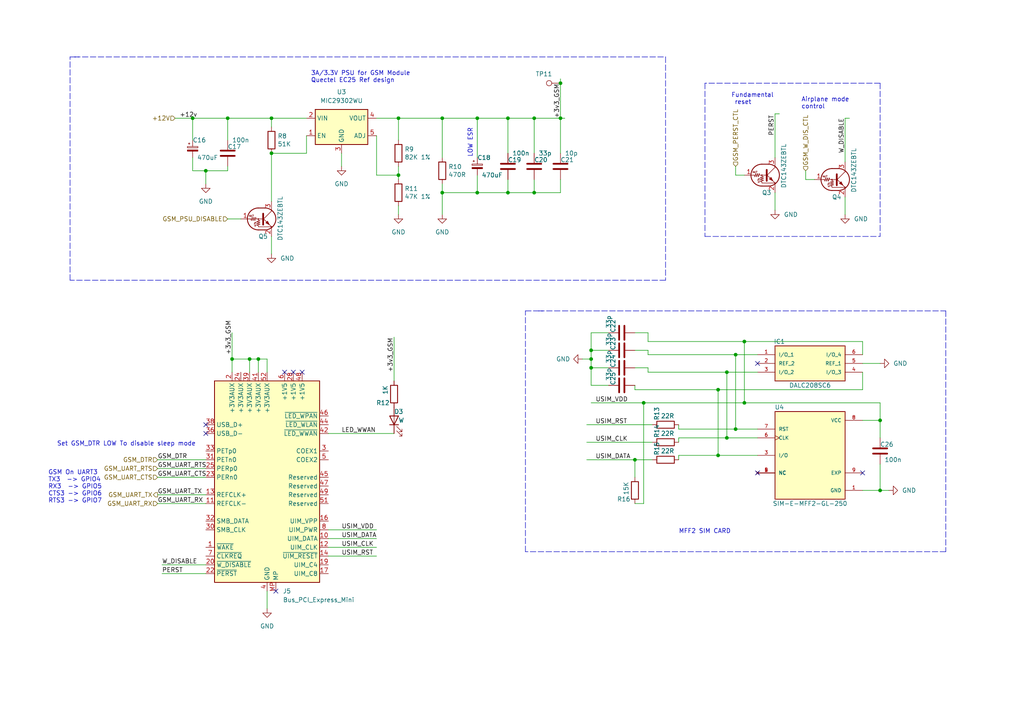
<source format=kicad_sch>
(kicad_sch (version 20211123) (generator eeschema)
  (paper "A4")
  (lib_symbols
    (symbol "Connector:Bus_PCI_Express_Mini"
      (property "Reference" "J" (at -16.51 31.75 0))
      (property "Value" "Bus_PCI_Express_Mini" (at 22.86 31.75 0))
      (symbol "Bus_PCI_Express_Mini_0_1"
        (rectangle (start -15.24 30.48) (end 15.24 -27.94) (stroke (width 0.254)) (fill (type background)))
      )
      (symbol "Bus_PCI_Express_Mini_1_1"
        (pin open_collector line (at -17.78 -17.78 0) (length 2.54) (name "~{WAKE}") (number "1"))
        (pin bidirectional line (at 17.78 -15.24 180) (length 2.54) (name "UIM_DATA") (number "10"))
        (pin input line (at -17.78 -5.08 0) (length 2.54) (name "REFCLK-") (number "11"))
        (pin output line (at 17.78 -17.78 180) (length 2.54) (name "UIM_CLK") (number "12"))
        (pin input line (at -17.78 -2.54 0) (length 2.54) (name "REFCLK+") (number "13"))
        (pin output line (at 17.78 -20.32 180) (length 2.54) (name "~{UIM_RESET}") (number "14"))
        (pin passive line (at 0 -30.48 90) (length 2.54) hide (name "GND") (number "15"))
        (pin power_out line (at 17.78 -10.16 180) (length 2.54) (name "UIM_VPP") (number "16"))
        (pin passive line (at 17.78 -25.4 180) (length 2.54) (name "UIM_C8") (number "17"))
        (pin passive line (at 0 -30.48 90) (length 2.54) hide (name "GND") (number "18"))
        (pin passive line (at 17.78 -22.86 180) (length 2.54) (name "UIM_C4") (number "19"))
        (pin power_in line (at -10.16 33.02 270) (length 2.54) (name "+3V3AUX") (number "2"))
        (pin input line (at -17.78 -22.86 0) (length 2.54) (name "~{W_DISABLE}") (number "20"))
        (pin passive line (at 0 -30.48 90) (length 2.54) hide (name "GND") (number "21"))
        (pin input line (at -17.78 -25.4 0) (length 2.54) (name "~{PERST}") (number "22"))
        (pin output line (at -17.78 2.54 0) (length 2.54) (name "PERn0") (number "23"))
        (pin power_in line (at -7.62 33.02 270) (length 2.54) (name "+3V3AUX") (number "24"))
        (pin output line (at -17.78 5.08 0) (length 2.54) (name "PERp0") (number "25"))
        (pin passive line (at 0 -30.48 90) (length 2.54) hide (name "GND") (number "26"))
        (pin passive line (at 0 -30.48 90) (length 2.54) hide (name "GND") (number "27"))
        (pin power_in line (at 7.62 33.02 270) (length 2.54) (name "+1V5") (number "28"))
        (pin passive line (at 0 -30.48 90) (length 2.54) hide (name "GND") (number "29"))
        (pin passive line (at 17.78 10.16 180) (length 2.54) (name "COEX1") (number "3"))
        (pin input line (at -17.78 -12.7 0) (length 2.54) (name "SMB_CLK") (number "30"))
        (pin input line (at -17.78 7.62 0) (length 2.54) (name "PETn0") (number "31"))
        (pin bidirectional line (at -17.78 -10.16 0) (length 2.54) (name "SMB_DATA") (number "32"))
        (pin input line (at -17.78 10.16 0) (length 2.54) (name "PETp0") (number "33"))
        (pin passive line (at 0 -30.48 90) (length 2.54) hide (name "GND") (number "34"))
        (pin passive line (at 0 -30.48 90) (length 2.54) hide (name "GND") (number "35"))
        (pin bidirectional line (at -17.78 15.24 0) (length 2.54) (name "USB_D-") (number "36"))
        (pin passive line (at 0 -30.48 90) (length 2.54) hide (name "GND") (number "37"))
        (pin bidirectional line (at -17.78 17.78 0) (length 2.54) (name "USB_D+") (number "38"))
        (pin power_in line (at -5.08 33.02 270) (length 2.54) (name "+3V3AUX") (number "39"))
        (pin power_in line (at 0 -30.48 90) (length 2.54) (name "GND") (number "4"))
        (pin passive line (at 0 -30.48 90) (length 2.54) hide (name "GND") (number "40"))
        (pin power_in line (at -2.54 33.02 270) (length 2.54) (name "+3V3AUX") (number "41"))
        (pin open_collector line (at 17.78 15.24 180) (length 2.54) (name "~{LED_WWAN}") (number "42"))
        (pin passive line (at 0 -30.48 90) (length 2.54) hide (name "GND") (number "43"))
        (pin open_collector line (at 17.78 17.78 180) (length 2.54) (name "~{LED_WLAN}") (number "44"))
        (pin passive line (at 17.78 2.54 180) (length 2.54) (name "Reserved") (number "45"))
        (pin open_collector line (at 17.78 20.32 180) (length 2.54) (name "~{LED_WPAN}") (number "46"))
        (pin passive line (at 17.78 0 180) (length 2.54) (name "Reserved") (number "47"))
        (pin power_in line (at 10.16 33.02 270) (length 2.54) (name "+1V5") (number "48"))
        (pin passive line (at 17.78 -2.54 180) (length 2.54) (name "Reserved") (number "49"))
        (pin passive line (at 17.78 7.62 180) (length 2.54) (name "COEX2") (number "5"))
        (pin passive line (at 0 -30.48 90) (length 2.54) hide (name "GND") (number "50"))
        (pin passive line (at 17.78 -5.08 180) (length 2.54) (name "Reserved") (number "51"))
        (pin power_in line (at 0 33.02 270) (length 2.54) (name "+3V3AUX") (number "52"))
        (pin power_in line (at 5.08 33.02 270) (length 2.54) (name "+1V5") (number "6"))
        (pin open_collector line (at -17.78 -20.32 0) (length 2.54) (name "~{CLKREQ}") (number "7"))
        (pin power_out line (at 17.78 -12.7 180) (length 2.54) (name "UIM_PWR") (number "8"))
        (pin passive line (at 0 -30.48 90) (length 2.54) hide (name "GND") (number "9"))
        (pin passive line (at 2.54 -30.48 90) (length 2.54) (name "MP") (number "MP"))
      )
    )
    (symbol "Connector:TestPoint" (pin_numbers hide) (pin_names (offset 0.762) hide)
      (property "Reference" "TP" (at 0 6.858 0))
      (property "Value" "TestPoint" (at 0 5.08 0))
      (symbol "TestPoint_0_1"
        (circle (center 0 3.302) (radius 0.762))
      )
      (symbol "TestPoint_1_1"
        (pin passive line (at 0 0 90) (length 2.54) (name "1") (number "1"))
      )
    )
    (symbol "DALC208SC6:DALC208SC6" (pin_names (offset 1.016))
      (property "Reference" "IC" (at 26.67 7.62 0))
      (property "Value" "DALC208SC6" (at 26.67 5.08 0))
      (symbol "DALC208SC6_0_0"
        (rectangle (start 5.08 -7.62) (end 25.4 2.54) (stroke (width 0.254)) (fill (type background)))
        (pin bidirectional line (at 0 0 0) (length 5.08) (name "I/O_1") (number "1"))
        (pin bidirectional line (at 0 -2.54 0) (length 5.08) (name "REF_2") (number "2"))
        (pin bidirectional line (at 0 -5.08 0) (length 5.08) (name "I/O_2") (number "3"))
        (pin bidirectional line (at 30.48 -5.08 180) (length 5.08) (name "I/O_3") (number "4"))
        (pin bidirectional line (at 30.48 -2.54 180) (length 5.08) (name "REF_1") (number "5"))
        (pin bidirectional line (at 30.48 0 180) (length 5.08) (name "I/O_4") (number "6"))
      )
    )
    (symbol "Device:C" (pin_numbers hide) (pin_names (offset 0.254))
      (property "Reference" "C" (at 0.635 2.54 0))
      (property "Value" "C" (at 0.635 -2.54 0))
      (symbol "C_0_1"
        (polyline (pts (xy -2.032 -0.762) (xy 2.032 -0.762)) (stroke (width 0.508)))
        (polyline (pts (xy -2.032 0.762) (xy 2.032 0.762)) (stroke (width 0.508)))
      )
      (symbol "C_1_1"
        (pin passive line (at 0 3.81 270) (length 2.794) (name "~") (number "1"))
        (pin passive line (at 0 -3.81 90) (length 2.794) (name "~") (number "2"))
      )
    )
    (symbol "Device:C_Polarized_Small" (pin_numbers hide) (pin_names (offset 0.254) hide)
      (property "Reference" "C" (at 0.254 1.778 0))
      (property "Value" "C_Polarized_Small" (at 0.254 -2.032 0))
      (symbol "C_Polarized_Small_0_1"
        (rectangle (start -1.524 -0.3048) (end 1.524 -0.6858) (fill (type outline)))
        (rectangle (start -1.524 0.6858) (end 1.524 0.3048))
        (polyline (pts (xy -1.27 1.524) (xy -0.762 1.524)))
        (polyline (pts (xy -1.016 1.27) (xy -1.016 1.778)))
      )
      (symbol "C_Polarized_Small_1_1"
        (pin passive line (at 0 2.54 270) (length 1.8542) (name "~") (number "1"))
        (pin passive line (at 0 -2.54 90) (length 1.8542) (name "~") (number "2"))
      )
    )
    (symbol "Device:LED" (pin_numbers hide) (pin_names (offset 1.016) hide)
      (property "Reference" "D" (at 0 2.54 0))
      (property "Value" "LED" (at 0 -2.54 0))
      (symbol "LED_0_1"
        (polyline (pts (xy -1.27 -1.27) (xy -1.27 1.27)) (stroke (width 0.254)))
        (polyline (pts (xy -1.27 0) (xy 1.27 0)))
        (polyline (pts (xy 1.27 -1.27) (xy 1.27 1.27) (xy -1.27 0) (xy 1.27 -1.27)) (stroke (width 0.254)))
        (polyline (pts (xy -3.048 -0.762) (xy -4.572 -2.286) (xy -3.81 -2.286) (xy -4.572 -2.286) (xy -4.572 -1.524)))
        (polyline (pts (xy -1.778 -0.762) (xy -3.302 -2.286) (xy -2.54 -2.286) (xy -3.302 -2.286) (xy -3.302 -1.524)))
      )
      (symbol "LED_1_1"
        (pin passive line (at -3.81 0 0) (length 2.54) (name "K") (number "1"))
        (pin passive line (at 3.81 0 180) (length 2.54) (name "A") (number "2"))
      )
    )
    (symbol "Device:R" (pin_numbers hide) (pin_names (offset 0))
      (property "Reference" "R" (at 2.032 0 90))
      (property "Value" "R" (at 0 0 90))
      (symbol "R_0_1"
        (rectangle (start -1.016 -2.54) (end 1.016 2.54) (stroke (width 0.254)))
      )
      (symbol "R_1_1"
        (pin passive line (at 0 3.81 270) (length 1.27) (name "~") (number "1"))
        (pin passive line (at 0 -3.81 90) (length 1.27) (name "~") (number "2"))
      )
    )
    (symbol "Regulator_Linear:MIC29302WU"
      (property "Reference" "U" (at -6.35 6.35 0))
      (property "Value" "MIC29302WU" (at 2.54 6.35 0))
      (symbol "MIC29302WU_1_1"
        (rectangle (start -7.62 5.08) (end 7.62 -5.08) (stroke (width 0.254)) (fill (type background)))
        (pin input line (at -10.16 -2.54 0) (length 2.54) (name "EN") (number "1"))
        (pin power_in line (at -10.16 2.54 0) (length 2.54) (name "VIN") (number "2"))
        (pin power_in line (at 0 -7.62 90) (length 2.54) (name "GND") (number "3"))
        (pin power_out line (at 10.16 2.54 180) (length 2.54) (name "VOUT") (number "4"))
        (pin input line (at 10.16 -2.54 180) (length 2.54) (name "ADJ") (number "5"))
      )
    )
    (symbol "SIM-E-MFF2-GL-250:SIM-E-MFF2-GL-250" (pin_names (offset 1.016))
      (property "Reference" "U" (at -10.16 13.462 0))
      (property "Value" "SIM-E-MFF2-GL-250" (at -10.16 -15.24 0))
      (symbol "SIM-E-MFF2-GL-250_0_0"
        (rectangle (start -10.16 -12.7) (end 10.16 12.7) (stroke (width 0.254)) (fill (type background)))
        (pin power_in line (at 15.24 -10.16 180) (length 5.08) (name "GND") (number "1"))
        (pin no_connect line (at -15.24 -5.08 0) (length 5.08) (name "NC") (number "2"))
        (pin bidirectional line (at -15.24 0 0) (length 5.08) (name "I/O") (number "3"))
        (pin no_connect line (at -15.24 -5.08 0) (length 5.08) (name "NC") (number "4"))
        (pin no_connect line (at -15.24 -5.08 0) (length 5.08) (name "NC") (number "5"))
        (pin input clock (at -15.24 5.08 0) (length 5.08) (name "CLK") (number "6"))
        (pin input line (at -15.24 7.62 0) (length 5.08) (name "RST") (number "7"))
        (pin power_in line (at 15.24 10.16 180) (length 5.08) (name "VCC") (number "8"))
        (pin passive line (at 15.24 -5.08 180) (length 5.08) (name "EXP") (number "9"))
      )
    )
    (symbol "Transistor_BJT:DTC143Z" (pin_names (offset 0) hide)
      (property "Reference" "Q" (at 5.08 1.905 0))
      (property "Value" "DTC143Z" (at 5.08 0 0))
      (symbol "DTC143Z_0_0"
        (text "47k" (at -2.159 -1.524 900) (effects (font (size 0.508 0.508))))
        (text "4k7" (at -3.302 0.889 0) (effects (font (size 0.508 0.508))))
      )
      (symbol "DTC143Z_0_1"
        (circle (center -1.27 0) (radius 0.127))
        (arc (start -1.27 3.175) (mid -4.445 0) (end -1.27 -3.175) (stroke (width 0.254)))
        (polyline (pts (xy -3.429 0) (xy -3.81 0)))
        (polyline (pts (xy -1.27 -3.175) (xy 0.635 -3.175)) (stroke (width 0.254)))
        (polyline (pts (xy -1.27 3.175) (xy 0.635 3.175)) (stroke (width 0.254)))
        (polyline (pts (xy 0 -0.254) (xy 2.54 2.286)))
        (polyline (pts (xy 0.127 1.524) (xy 0.127 -1.651)) (stroke (width 0.508)) (fill (type outline)))
        (polyline (pts (xy 2.54 2.286) (xy 2.54 2.54)))
        (polyline (pts (xy 2.54 -2.286) (xy 0 0.254) (xy 0 0.254)))
        (polyline (pts (xy 0.889 -1.143) (xy 1.397 -0.635) (xy 1.905 -1.651) (xy 0.889 -1.143)) (fill (type outline)))
        (polyline (pts (xy 0 0) (xy -1.905 0) (xy -2.032 0.508) (xy -2.286 -0.508) (xy -2.54 0.508) (xy -2.794 -0.508) (xy -3.048 0.508) (xy -3.302 -0.508) (xy -3.429 0)))
        (polyline (pts (xy -1.27 0) (xy -1.27 -0.381) (xy -0.762 -0.508) (xy -1.778 -0.762) (xy -0.762 -1.016) (xy -1.778 -1.27) (xy -0.762 -1.524) (xy -1.778 -1.778) (xy -1.27 -1.905) (xy -1.27 -2.286) (xy 2.54 -2.286)))
        (arc (start 0.635 -3.175) (mid 3.81 0) (end 0.635 3.175) (stroke (width 0.254)))
        (circle (center 2.54 -2.286) (radius 0.127))
      )
      (symbol "DTC143Z_1_1"
        (pin input line (at -6.35 0 0) (length 2.54) (name "B") (number "1"))
        (pin passive line (at 2.54 -5.08 90) (length 2.54) (name "E") (number "2"))
        (pin passive line (at 2.54 5.08 270) (length 2.54) (name "C") (number "3"))
      )
    )
    (symbol "power:GND" (power) (pin_names (offset 0))
      (property "Value" "GND" (at 0 -3.81 0))
      (symbol "GND_0_1"
        (polyline (pts (xy 0 0) (xy 0 -1.27) (xy 1.27 -1.27) (xy 0 -2.54) (xy -1.27 -1.27) (xy 0 -1.27)))
      )
      (symbol "GND_1_1"
        (pin power_in line (at 0 0 270) (length 0) hide (name "GND") (number "1"))
      )
    )
  )
  (junction (at 162.56 34.29))
  (junction (at 147.32 55.88))
  (junction (at 67.31 104.14))
  (junction (at 78.74 34.29))
  (junction (at 147.32 34.29))
  (junction (at 255.27 142.24))
  (junction (at 184.15 133.35))
  (junction (at 186.69 116.84))
  (junction (at 171.45 106.68))
  (junction (at 210.82 107.95))
  (junction (at 128.27 34.29))
  (junction (at 115.57 50.8))
  (junction (at 66.04 34.29))
  (junction (at 115.57 34.29))
  (junction (at 74.93 104.14))
  (junction (at 255.27 121.92))
  (junction (at 162.56 24.13))
  (junction (at 72.39 104.14))
  (junction (at 215.9 116.84))
  (junction (at 210.82 127))
  (junction (at 215.9 99.06))
  (junction (at 208.28 113.03))
  (junction (at 208.28 132.08))
  (junction (at 138.43 55.88))
  (junction (at 59.69 49.53))
  (junction (at 55.88 34.29))
  (junction (at 138.43 34.29))
  (junction (at 171.45 101.6))
  (junction (at 213.36 124.46))
  (junction (at 154.94 34.29))
  (junction (at 213.36 102.87))
  (junction (at 171.45 104.14))
  (junction (at 154.94 55.88))
  (junction (at 78.74 44.45))
  (junction (at 128.27 55.88))
  (no_connect (at 219.71 137.16))
  (no_connect (at 85.09 107.95))
  (no_connect (at 250.19 137.16))
  (no_connect (at 59.69 125.73))
  (no_connect (at 82.55 107.95))
  (no_connect (at 59.69 123.19))
  (no_connect (at 87.63 107.95))
  (no_connect (at 219.71 105.41))
  (no_connect (at 80.01 171.45))
  (wire (pts (xy 255.27 105.41) (xy 250.19 105.41)))
  (wire (pts (xy 77.47 104.14) (xy 74.93 104.14)))
  (wire (pts (xy 213.36 124.46) (xy 213.36 102.87)))
  (wire (pts (xy 77.47 176.53) (xy 77.47 171.45)))
  (wire (pts (xy 250.19 102.87) (xy 250.19 99.06)))
  (wire (pts (xy 66.04 49.53) (xy 66.04 48.26)))
  (wire (pts (xy 109.22 50.8) (xy 115.57 50.8)))
  (wire (pts (xy 245.11 34.29) (xy 246.38 34.29)))
  (wire (pts (xy 257.81 142.24) (xy 255.27 142.24)))
  (wire (pts (xy 184.15 133.35) (xy 184.15 138.43)))
  (wire (pts (xy 196.85 124.46) (xy 213.36 124.46)))
  (wire (pts (xy 55.88 34.29) (xy 55.88 40.64)))
  (wire (pts (xy 196.85 132.08) (xy 196.85 133.35)))
  (wire (pts (xy 170.18 133.35) (xy 184.15 133.35)))
  (wire (pts (xy 168.91 104.14) (xy 171.45 104.14)))
  (wire (pts (xy 95.25 156.21) (xy 109.22 156.21)))
  (wire (pts (xy 147.32 34.29) (xy 138.43 34.29)))
  (wire (pts (xy 45.72 133.35) (xy 59.69 133.35)))
  (polyline (pts (xy 152.4 160.02) (xy 152.4 90.17)))
  (wire (pts (xy 219.71 132.08) (xy 208.28 132.08)))
  (wire (pts (xy 184.15 113.03) (xy 184.15 111.76)))
  (wire (pts (xy 255.27 121.92) (xy 250.19 121.92)))
  (wire (pts (xy 147.32 55.88) (xy 138.43 55.88)))
  (wire (pts (xy 66.04 34.29) (xy 78.74 34.29)))
  (wire (pts (xy 171.45 116.84) (xy 186.69 116.84)))
  (wire (pts (xy 215.9 99.06) (xy 250.19 99.06)))
  (wire (pts (xy 184.15 133.35) (xy 189.23 133.35)))
  (wire (pts (xy 128.27 45.72) (xy 128.27 34.29)))
  (wire (pts (xy 138.43 50.8) (xy 138.43 55.88)))
  (wire (pts (xy 210.82 107.95) (xy 219.71 107.95)))
  (wire (pts (xy 224.79 33.02) (xy 226.06 33.02)))
  (wire (pts (xy 208.28 113.03) (xy 250.19 113.03)))
  (wire (pts (xy 72.39 107.95) (xy 72.39 104.14)))
  (polyline (pts (xy 21.59 16.51) (xy 193.04 16.51)))
  (wire (pts (xy 187.96 96.52) (xy 184.15 96.52)))
  (wire (pts (xy 184.15 146.05) (xy 186.69 146.05)))
  (wire (pts (xy 95.25 158.75) (xy 109.22 158.75)))
  (wire (pts (xy 115.57 48.26) (xy 115.57 50.8)))
  (wire (pts (xy 59.69 49.53) (xy 66.04 49.53)))
  (wire (pts (xy 154.94 55.88) (xy 147.32 55.88)))
  (wire (pts (xy 233.68 49.53) (xy 233.68 52.07)))
  (wire (pts (xy 128.27 53.34) (xy 128.27 55.88)))
  (wire (pts (xy 162.56 52.07) (xy 162.56 55.88)))
  (wire (pts (xy 245.11 62.23) (xy 245.11 57.15)))
  (wire (pts (xy 128.27 34.29) (xy 115.57 34.29)))
  (wire (pts (xy 115.57 50.8) (xy 115.57 52.07)))
  (wire (pts (xy 187.96 106.68) (xy 184.15 106.68)))
  (wire (pts (xy 162.56 34.29) (xy 162.56 44.45)))
  (wire (pts (xy 154.94 52.07) (xy 154.94 55.88)))
  (wire (pts (xy 115.57 34.29) (xy 115.57 40.64)))
  (wire (pts (xy 176.53 96.52) (xy 171.45 96.52)))
  (wire (pts (xy 186.69 116.84) (xy 215.9 116.84)))
  (wire (pts (xy 213.36 50.8) (xy 215.9 50.8)))
  (wire (pts (xy 187.96 99.06) (xy 215.9 99.06)))
  (wire (pts (xy 45.72 146.05) (xy 59.69 146.05)))
  (wire (pts (xy 215.9 116.84) (xy 255.27 116.84)))
  (wire (pts (xy 78.74 34.29) (xy 88.9 34.29)))
  (wire (pts (xy 95.25 161.29) (xy 109.22 161.29)))
  (wire (pts (xy 170.18 123.19) (xy 189.23 123.19)))
  (wire (pts (xy 170.18 128.27) (xy 189.23 128.27)))
  (wire (pts (xy 255.27 134.62) (xy 255.27 142.24)))
  (wire (pts (xy 55.88 49.53) (xy 59.69 49.53)))
  (wire (pts (xy 45.72 135.89) (xy 59.69 135.89)))
  (wire (pts (xy 219.71 127) (xy 210.82 127)))
  (wire (pts (xy 138.43 45.72) (xy 138.43 34.29)))
  (wire (pts (xy 78.74 73.66) (xy 78.74 68.58)))
  (wire (pts (xy 250.19 107.95) (xy 250.19 113.03)))
  (wire (pts (xy 255.27 127) (xy 255.27 121.92)))
  (wire (pts (xy 208.28 132.08) (xy 208.28 113.03)))
  (wire (pts (xy 176.53 106.68) (xy 171.45 106.68)))
  (wire (pts (xy 245.11 46.99) (xy 245.11 34.29)))
  (wire (pts (xy 109.22 39.37) (xy 109.22 50.8)))
  (wire (pts (xy 74.93 107.95) (xy 74.93 104.14)))
  (wire (pts (xy 196.85 124.46) (xy 196.85 123.19)))
  (wire (pts (xy 66.04 34.29) (xy 66.04 40.64)))
  (wire (pts (xy 46.99 166.37) (xy 59.69 166.37)))
  (wire (pts (xy 95.25 153.67) (xy 109.22 153.67)))
  (wire (pts (xy 88.9 44.45) (xy 88.9 39.37)))
  (wire (pts (xy 233.68 52.07) (xy 236.22 52.07)))
  (wire (pts (xy 66.04 63.5) (xy 69.85 63.5)))
  (wire (pts (xy 59.69 49.53) (xy 59.69 53.34)))
  (wire (pts (xy 187.96 107.95) (xy 210.82 107.95)))
  (polyline (pts (xy 204.47 68.58) (xy 255.27 68.58)))
  (wire (pts (xy 45.72 143.51) (xy 59.69 143.51)))
  (wire (pts (xy 74.93 104.14) (xy 72.39 104.14)))
  (wire (pts (xy 154.94 34.29) (xy 147.32 34.29)))
  (wire (pts (xy 215.9 116.84) (xy 215.9 99.06)))
  (polyline (pts (xy 156.21 90.17) (xy 274.32 90.17)))
  (wire (pts (xy 255.27 142.24) (xy 250.19 142.24)))
  (wire (pts (xy 147.32 44.45) (xy 147.32 34.29)))
  (wire (pts (xy 187.96 99.06) (xy 187.96 96.52)))
  (wire (pts (xy 171.45 101.6) (xy 176.53 101.6)))
  (wire (pts (xy 171.45 106.68) (xy 171.45 104.14)))
  (wire (pts (xy 162.56 24.13) (xy 162.56 34.29)))
  (wire (pts (xy 46.99 163.83) (xy 59.69 163.83)))
  (wire (pts (xy 187.96 102.87) (xy 187.96 101.6)))
  (wire (pts (xy 128.27 55.88) (xy 128.27 62.23)))
  (wire (pts (xy 154.94 44.45) (xy 154.94 34.29)))
  (wire (pts (xy 50.8 34.29) (xy 55.88 34.29)))
  (polyline (pts (xy 193.04 81.28) (xy 20.32 81.28)))
  (wire (pts (xy 147.32 52.07) (xy 147.32 55.88)))
  (wire (pts (xy 184.15 113.03) (xy 208.28 113.03)))
  (wire (pts (xy 67.31 96.52) (xy 67.31 104.14)))
  (wire (pts (xy 255.27 121.92) (xy 255.27 116.84)))
  (wire (pts (xy 55.88 45.72) (xy 55.88 49.53)))
  (wire (pts (xy 210.82 127) (xy 210.82 107.95)))
  (wire (pts (xy 196.85 127) (xy 210.82 127)))
  (wire (pts (xy 77.47 107.95) (xy 77.47 104.14)))
  (polyline (pts (xy 255.27 24.13) (xy 204.47 24.13)))
  (wire (pts (xy 224.79 60.96) (xy 224.79 55.88)))
  (wire (pts (xy 213.36 102.87) (xy 219.71 102.87)))
  (wire (pts (xy 162.56 55.88) (xy 154.94 55.88)))
  (polyline (pts (xy 255.27 24.13) (xy 255.27 68.58)))
  (wire (pts (xy 187.96 107.95) (xy 187.96 106.68)))
  (wire (pts (xy 138.43 34.29) (xy 128.27 34.29)))
  (wire (pts (xy 78.74 44.45) (xy 88.9 44.45)))
  (polyline (pts (xy 20.32 16.51) (xy 22.86 16.51)))
  (wire (pts (xy 55.88 34.29) (xy 66.04 34.29)))
  (wire (pts (xy 162.56 34.29) (xy 163.83 34.29)))
  (wire (pts (xy 67.31 104.14) (xy 67.31 107.95)))
  (wire (pts (xy 138.43 55.88) (xy 128.27 55.88)))
  (polyline (pts (xy 204.47 24.13) (xy 204.47 68.58)))
  (wire (pts (xy 187.96 102.87) (xy 213.36 102.87)))
  (wire (pts (xy 196.85 132.08) (xy 208.28 132.08)))
  (wire (pts (xy 45.72 138.43) (xy 59.69 138.43)))
  (wire (pts (xy 213.36 48.26) (xy 213.36 50.8)))
  (wire (pts (xy 224.79 45.72) (xy 224.79 33.02)))
  (polyline (pts (xy 274.32 160.02) (xy 152.4 160.02)))
  (polyline (pts (xy 274.32 90.17) (xy 274.32 160.02)))
  (wire (pts (xy 162.56 22.86) (xy 162.56 24.13)))
  (polyline (pts (xy 20.32 81.28) (xy 20.32 16.51)))
  (wire (pts (xy 115.57 59.69) (xy 115.57 62.23)))
  (wire (pts (xy 184.15 101.6) (xy 187.96 101.6)))
  (wire (pts (xy 78.74 34.29) (xy 78.74 36.83)))
  (polyline (pts (xy 152.4 90.17) (xy 157.48 90.17)))
  (wire (pts (xy 196.85 127) (xy 196.85 128.27)))
  (wire (pts (xy 171.45 96.52) (xy 171.45 101.6)))
  (wire (pts (xy 109.22 34.29) (xy 115.57 34.29)))
  (wire (pts (xy 186.69 146.05) (xy 186.69 116.84)))
  (wire (pts (xy 171.45 104.14) (xy 171.45 101.6)))
  (wire (pts (xy 78.74 44.45) (xy 78.74 58.42)))
  (wire (pts (xy 95.25 125.73) (xy 114.3 125.73)))
  (wire (pts (xy 114.3 97.79) (xy 114.3 110.49)))
  (wire (pts (xy 176.53 111.76) (xy 171.45 111.76)))
  (wire (pts (xy 219.71 124.46) (xy 213.36 124.46)))
  (wire (pts (xy 67.31 104.14) (xy 72.39 104.14)))
  (polyline (pts (xy 193.04 16.51) (xy 193.04 81.28)))
  (wire (pts (xy 154.94 34.29) (xy 162.56 34.29)))
  (wire (pts (xy 171.45 111.76) (xy 171.45 106.68)))
  (wire (pts (xy 99.06 44.45) (xy 99.06 48.26)))
  (text "Airplane mode\ncontrol" (at 232.41 31.75 0) (effects (font (size 1.27 1.27)) (justify left bottom)))
  (text "MFF2 SIM CARD " (at 196.85 154.94 0) (effects (font (size 1.27 1.27)) (justify left bottom)))
  (text "3A/3.3V PSU for GSM Module\nQuectel EC25 Ref design" (at 90.17 24.13 0) (effects (font (size 1.27 1.27)) (justify left bottom)))
  (text "GSM On UART3 \nTX3  -> GPIO4\nRX3  -> GPIO5\nCTS3 -> GPIO6\nRTS3 -> GPIO7" (at 13.97 146.05 0) (effects (font (size 1.27 1.27)) (justify left bottom)))
  (text "Fundamental\n reset" (at 212.09 30.48 0) (effects (font (size 1.27 1.27)) (justify left bottom)))
  (text "Set GSM_DTR LOW To disable sleep mode" (at 16.51 129.54 0) (effects (font (size 1.27 1.27)) (justify left bottom)))
  (text "LOW ESR" (at 137.16 45.72 90) (effects (font (size 1.27 1.27)) (justify left bottom)))
  (label "W_DISABLE" (at 245.11 44.45 90))
  (label "GSM_UART_TX" (at 45.72 143.51 0))
  (label "USIM_RST" (at 172.72 123.19 0))
  (label "USIM_DATA" (at 172.72 133.35 0))
  (label "GSM_DTR" (at 45.72 133.35 0))
  (label "LED_WWAN" (at 99.06 125.73 0))
  (label "USIM_RST" (at 99.06 161.29 0))
  (label "+3v3_GSM" (at 67.31 102.87 90))
  (label "PERST" (at 46.99 166.37 0))
  (label "W_DISABLE" (at 46.99 163.83 0))
  (label "+12v" (at 52.07 34.29 0))
  (label "USIM_CLK" (at 172.72 128.27 0))
  (label "GSM_UART_RX" (at 45.72 146.05 0))
  (label "+3v3_GSM" (at 162.56 34.29 90))
  (label "+3v3_GSM" (at 114.3 107.95 90))
  (label "USIM_VDD" (at 172.72 116.84 0))
  (label "GSM_UART_RTS" (at 45.72 135.89 0))
  (label "USIM_VDD" (at 99.06 153.67 0))
  (label "USIM_DATA" (at 99.06 156.21 0))
  (label "GSM_UART_CTS" (at 45.72 138.43 0))
  (label "PERST" (at 224.79 39.37 90))
  (label "USIM_CLK" (at 99.06 158.75 0))
  (hierarchical_label "GSM_UART_RTS" (shape input) (at 45.72 135.89 180))
  (hierarchical_label "+12V" (shape input) (at 50.8 34.29 180))
  (hierarchical_label "GSM_PERST_CTL" (shape input) (at 213.36 48.26 90))
  (hierarchical_label "GSM_DTR" (shape input) (at 45.72 133.35 180))
  (hierarchical_label "GSM_UART_RX" (shape input) (at 45.72 146.05 180))
  (hierarchical_label "GSM_W_DIS_CTL" (shape input) (at 233.68 49.53 90))
  (hierarchical_label "GSM_UART_TX" (shape output) (at 45.72 143.51 180))
  (hierarchical_label "GSM_UART_CTS" (shape input) (at 45.72 138.43 180))
  (hierarchical_label "GSM_PSU_DISABLE" (shape input) (at 66.04 63.5 180))
  (symbol (lib_id "Device:R") (at 128.27 49.53 0) (unit 1)
    (property "Reference" "R10" (at 130.048 48.3616 0) (effects (justify left)))
    (property "Value" "470R" (at 130.048 50.673 0) (effects (justify left)))
    (property "Footprint" "Resistor_SMD:R_0402_1005Metric" (effects hide))
    (property "Datasheet" "https://fscdn.rohm.com/en/products/databook/datasheet/passive/resistor/chip_resistor/mcr-e.pdf" (effects hide))
    (property "Field4" "Farnell" (effects hide))
    (property "Field5" "9239367" (effects hide))
    (property "Field7" "Rohm" (effects hide))
    (property "LCSC" "C25117" (effects hide))
  )
  (symbol (lib_id "power:GND") (at 168.91 104.14 270) (unit 1)
    (property "Reference" "#PWR0125" (effects hide))
    (property "Value" "GND" (at 161.29 104.14 90) (effects (justify left)))
  )
  (symbol (lib_id "power:GND") (at 255.27 105.41 90) (unit 1)
    (property "Reference" "#PWR0121" (effects hide))
    (property "Value" "GND" (at 259.08 105.4099 90) (effects (justify right)))
  )
  (symbol (lib_id "power:GND") (at 78.74 73.66 0) (unit 1)
    (property "Reference" "#PWR0128" (effects hide))
    (property "Value" "GND" (at 81.28 74.9299 0) (effects (justify left)))
  )
  (symbol (lib_id "power:GND") (at 77.47 176.53 0) (unit 1)
    (property "Reference" "#PWR0126" (effects hide))
    (property "Value" "GND" (at 77.47 181.61 0))
  )
  (symbol (lib_id "Connector:Bus_PCI_Express_Mini") (at 77.47 140.97 0) (unit 1)
    (property "Reference" "J5" (at 82.0294 171.45 0) (effects (justify left)))
    (property "Value" "Bus_PCI_Express_Mini" (at 82.0294 173.99 0) (effects (justify left)))
    (property "Footprint" "Connector_PCBEdge:BUS_PCI_Express_Mini_Half" (effects hide))
    (property "LCSC" "C266899" (effects hide))
  )
  (symbol (lib_id "Device:R") (at 193.04 128.27 90) (unit 1)
    (property "Reference" "R14" (at 190.5 127 0) (effects (justify left)))
    (property "Value" "22R" (at 195.58 125.73 90) (effects (justify left)))
    (property "Footprint" "Resistor_SMD:R_0402_1005Metric" (effects hide))
    (property "Datasheet" "https://fscdn.rohm.com/en/products/databook/datasheet/passive/resistor/chip_resistor/mcr-e.pdf" (effects hide))
    (property "Field4" "Farnell" (effects hide))
    (property "Field5" "9239367" (effects hide))
    (property "Field7" "Rohm" (effects hide))
    (property "LCSC" "C25092" (effects hide))
  )
  (symbol (lib_id "DALC208SC6:DALC208SC6") (at 219.71 102.87 0) (unit 1)
    (property "Reference" "IC1" (at 226.06 99.06 0))
    (property "Value" "DALC208SC6" (at 234.95 111.76 0))
    (property "Footprint" "DALC208SC6:SOT95P280X145-6N" (effects hide))
    (property "MANUFACTURER_NAME" "STMicroelectronics" (effects hide))
    (property "MOUSER_PRICE-STOCK" "https://www.mouser.co.uk/ProductDetail/STMicroelectronics/DALC208SC6?qs=sps7W%2FwBcGEpaWey6LTzDg%3D%3D" (effects hide))
    (property "DESCRIPTION" "TVS Diode Array DALC208SC6 Octal, SOT-23 6-Pin" (effects hide))
    (property "MOUSER_PART_NUMBER" "511-DALC208SC6" (effects hide))
    (property "HEIGHT" "1.45mm" (effects hide))
    (property "MANUFACTURER_PART_NUMBER" "DALC208SC6" (effects hide))
    (property "LCSC" "C5123934" (effects hide))
  )
  (symbol (lib_id "power:GND") (at 128.27 62.23 0) (unit 1)
    (property "Reference" "#PWR0124" (effects hide))
    (property "Value" "GND" (at 128.27 67.31 0))
  )
  (symbol (lib_id "power:GND") (at 59.69 53.34 0) (unit 1)
    (property "Reference" "#PWR02" (effects hide))
    (property "Value" "GND" (at 59.69 58.42 0))
  )
  (symbol (lib_id "Device:R") (at 184.15 142.24 180) (unit 1)
    (property "Reference" "R16" (at 182.88 144.78 0) (effects (justify left)))
    (property "Value" "15K" (at 181.61 139.7 90) (effects (justify left)))
    (property "Footprint" "Resistor_SMD:R_0402_1005Metric" (effects hide))
    (property "Datasheet" "https://fscdn.rohm.com/en/products/databook/datasheet/passive/resistor/chip_resistor/mcr-e.pdf" (effects hide))
    (property "Field4" "Farnell" (effects hide))
    (property "Field5" "9239367" (effects hide))
    (property "Field7" "Rohm" (effects hide))
  )
  (symbol (lib_id "power:GND") (at 115.57 62.23 0) (unit 1)
    (property "Reference" "#PWR0129" (effects hide))
    (property "Value" "GND" (at 115.57 67.31 0))
  )
  (symbol (lib_id "Device:C") (at 180.34 96.52 90) (unit 1)
    (property "Reference" "C22" (at 177.8 96.52 0) (effects (justify left)))
    (property "Value" "33p" (at 176.53 95.25 0) (effects (justify left)))
    (property "Footprint" "Capacitor_SMD:C_0402_1005Metric" (effects hide))
    (property "Datasheet" "https://psearch.en.murata.com/capacitor/product/GRM155R62A104KE14%23.pdf" (effects hide))
    (property "Field4" "Farnell" (effects hide))
    (property "Field5" "2611907" (effects hide))
    (property "Field6" "GRM155R62A104KE14D" (effects hide))
    (property "Field7" "Murata" (effects hide))
    (property "LCSC" "C107005" (effects hide))
  )
  (symbol (lib_id "Device:C") (at 180.34 106.68 90) (unit 1)
    (property "Reference" "C24" (at 177.8 106.68 0) (effects (justify left)))
    (property "Value" "33p" (at 176.53 105.41 0) (effects (justify left)))
    (property "Footprint" "Capacitor_SMD:C_0402_1005Metric" (effects hide))
    (property "Datasheet" "https://psearch.en.murata.com/capacitor/product/GRM155R62A104KE14%23.pdf" (effects hide))
    (property "Field4" "Farnell" (effects hide))
    (property "Field5" "2611907" (effects hide))
    (property "Field6" "GRM155R62A104KE14D" (effects hide))
    (property "Field7" "Murata" (effects hide))
    (property "LCSC" "C107005" (effects hide))
  )
  (symbol (lib_id "Device:C") (at 154.94 48.26 0) (unit 1)
    (property "Reference" "C20" (at 154.94 46.355 0) (effects (justify left)))
    (property "Value" "33p" (at 156.21 44.45 0) (effects (justify left)))
    (property "Footprint" "Capacitor_SMD:C_0402_1005Metric" (effects hide))
    (property "Datasheet" "https://psearch.en.murata.com/capacitor/product/GRM155R62A104KE14%23.pdf" (effects hide))
    (property "Field4" "Farnell" (effects hide))
    (property "Field5" "2611907" (effects hide))
    (property "Field6" "GRM155R62A104KE14D" (effects hide))
    (property "Field7" "Murata" (effects hide))
    (property "LCSC" "C107005" (effects hide))
  )
  (symbol (lib_id "Connector:TestPoint") (at 162.56 24.13 90) (unit 1)
    (property "Reference" "TP11" (at 160.1978 21.463 90) (effects (justify left)))
    (property "Value" "TestPoint" (effects hide))
    (property "Footprint" "TestPoint:TestPoint_Pad_D1.0mm" (effects hide))
    (property "Field4" "nf" (effects hide))
    (property "Field5" "nf" (effects hide))
    (property "Field6" "nf" (effects hide))
    (property "Field7" "nf" (effects hide))
  )
  (symbol (lib_id "Device:R") (at 193.04 123.19 90) (unit 1)
    (property "Reference" "R13" (at 190.5 121.92 0) (effects (justify left)))
    (property "Value" "22R" (at 195.58 120.65 90) (effects (justify left)))
    (property "Footprint" "Resistor_SMD:R_0402_1005Metric" (effects hide))
    (property "Datasheet" "https://fscdn.rohm.com/en/products/databook/datasheet/passive/resistor/chip_resistor/mcr-e.pdf" (effects hide))
    (property "Field4" "Farnell" (effects hide))
    (property "Field5" "9239367" (effects hide))
    (property "Field7" "Rohm" (effects hide))
    (property "LCSC" "C25092" (effects hide))
  )
  (symbol (lib_id "Device:C") (at 180.34 101.6 90) (unit 1)
    (property "Reference" "C23" (at 177.8 101.6 0) (effects (justify left)))
    (property "Value" "33p" (at 176.53 100.33 0) (effects (justify left)))
    (property "Footprint" "Capacitor_SMD:C_0402_1005Metric" (effects hide))
    (property "Datasheet" "https://psearch.en.murata.com/capacitor/product/GRM155R62A104KE14%23.pdf" (effects hide))
    (property "Field4" "Farnell" (effects hide))
    (property "Field5" "2611907" (effects hide))
    (property "Field6" "GRM155R62A104KE14D" (effects hide))
    (property "Field7" "Murata" (effects hide))
    (property "LCSC" "C107005" (effects hide))
  )
  (symbol (lib_id "Device:C") (at 180.34 111.76 90) (unit 1)
    (property "Reference" "C25" (at 177.8 111.76 0) (effects (justify left)))
    (property "Value" "33p" (at 176.53 110.49 0) (effects (justify left)))
    (property "Footprint" "Capacitor_SMD:C_0402_1005Metric" (effects hide))
    (property "Datasheet" "https://psearch.en.murata.com/capacitor/product/GRM155R62A104KE14%23.pdf" (effects hide))
    (property "Field4" "Farnell" (effects hide))
    (property "Field5" "2611907" (effects hide))
    (property "Field6" "GRM155R62A104KE14D" (effects hide))
    (property "Field7" "Murata" (effects hide))
    (property "LCSC" "C107005" (effects hide))
  )
  (symbol (lib_id "Device:C") (at 66.04 44.45 0) (unit 1)
    (property "Reference" "C17" (at 66.04 42.545 0) (effects (justify left)))
    (property "Value" "100n" (at 67.31 40.64 0) (effects (justify left)))
    (property "Footprint" "Capacitor_SMD:C_0402_1005Metric" (effects hide))
    (property "Datasheet" "https://psearch.en.murata.com/capacitor/product/GRM155R62A104KE14%23.pdf" (effects hide))
    (property "Field4" "Farnell" (effects hide))
    (property "Field5" "2611907" (effects hide))
    (property "Field6" "GRM155R62A104KE14D" (effects hide))
    (property "Field7" "Murata" (effects hide))
    (property "Part Description" "	0.1uF 10% 100V Ceramic Capacitor X5R 0402 (1005 Metric)" (effects hide))
    (property "LCSC" "C307331" (effects hide))
  )
  (symbol (lib_id "power:GND") (at 257.81 142.24 90) (unit 1)
    (property "Reference" "#PWR0120" (effects hide))
    (property "Value" "GND" (at 261.62 142.2399 90) (effects (justify right)))
  )
  (symbol (lib_id "Transistor_BJT:DTC143Z") (at 76.2 63.5 0) (unit 1)
    (property "Reference" "Q5" (at 74.93 68.58 0) (effects (justify left)))
    (property "Value" "DTC143ZEBTL" (at 81.28 69.85 90) (effects (justify left)))
    (property "Footprint" "DTC143ZEBTL:SOTFL50P160X85-3N" (effects hide))
    (property "LCSC" "C308696" (effects hide))
  )
  (symbol (lib_id "Device:R") (at 193.04 133.35 90) (unit 1)
    (property "Reference" "R15" (at 190.5 132.08 0) (effects (justify left)))
    (property "Value" "22R" (at 195.58 130.81 90) (effects (justify left)))
    (property "Footprint" "Resistor_SMD:R_0402_1005Metric" (effects hide))
    (property "Datasheet" "https://fscdn.rohm.com/en/products/databook/datasheet/passive/resistor/chip_resistor/mcr-e.pdf" (effects hide))
    (property "Field4" "Farnell" (effects hide))
    (property "Field5" "9239367" (effects hide))
    (property "Field7" "Rohm" (effects hide))
    (property "LCSC" "C25092" (effects hide))
  )
  (symbol (lib_id "Transistor_BJT:DTC143Z") (at 242.57 52.07 0) (unit 1)
    (property "Reference" "Q4" (at 241.3 57.15 0) (effects (justify left)))
    (property "Value" "DTC143ZEBTL" (at 247.65 55.88 90) (effects (justify left)))
    (property "Footprint" "DTC143ZEBTL:SOTFL50P160X85-3N" (effects hide))
    (property "LCSC" "C308696" (effects hide))
  )
  (symbol (lib_id "power:GND") (at 245.11 62.23 0) (unit 1)
    (property "Reference" "#PWR0123" (effects hide))
    (property "Value" "GND" (at 247.65 63.4999 0) (effects (justify left)))
  )
  (symbol (lib_id "Device:R") (at 115.57 55.88 0) (unit 1)
    (property "Reference" "R11" (at 117.348 54.7116 0) (effects (justify left)))
    (property "Value" "47K 1%" (at 117.348 57.023 0) (effects (justify left)))
    (property "Footprint" "Resistor_SMD:R_0402_1005Metric" (effects hide))
    (property "Datasheet" "https://fscdn.rohm.com/en/products/databook/datasheet/passive/resistor/chip_resistor/mcr-e.pdf" (effects hide))
    (property "Field4" "Farnell" (effects hide))
    (property "Field5" "9239367" (effects hide))
    (property "Field7" "Rohm" (effects hide))
    (property "LCSC" "C93943" (effects hide))
  )
  (symbol (lib_id "Device:R") (at 78.74 40.64 0) (unit 1)
    (property "Reference" "R8" (at 80.518 39.4716 0) (effects (justify left)))
    (property "Value" "51K" (at 80.518 41.783 0) (effects (justify left)))
    (property "Footprint" "Resistor_SMD:R_0402_1005Metric" (effects hide))
    (property "Datasheet" "https://fscdn.rohm.com/en/products/databook/datasheet/passive/resistor/chip_resistor/mcr-e.pdf" (effects hide))
    (property "Field4" "Farnell" (effects hide))
    (property "Field5" "9239367" (effects hide))
    (property "Field7" "Rohm" (effects hide))
    (property "LCSC" "C25794" (effects hide))
  )
  (symbol (lib_id "Device:LED") (at 114.3 121.92 90) (unit 1)
    (property "Reference" "D3" (at 114.3 119.38 90) (effects (justify right)))
    (property "Value" "W" (at 115.57 121.92 90) (effects (justify right)))
    (property "Footprint" "LED_SMD:LED_0402_1005Metric" (effects hide))
    (property "LCSC" "C130724" (effects hide))
  )
  (symbol (lib_id "Device:R") (at 114.3 114.3 180) (unit 1)
    (property "Reference" "R12" (at 113.03 116.84 0) (effects (justify left)))
    (property "Value" "1K" (at 111.76 111.76 90) (effects (justify left)))
    (property "Footprint" "Resistor_SMD:R_0402_1005Metric" (effects hide))
    (property "Datasheet" "https://fscdn.rohm.com/en/products/databook/datasheet/passive/resistor/chip_resistor/mcr-e.pdf" (effects hide))
    (property "Field4" "Farnell" (effects hide))
    (property "Field5" "9239367" (effects hide))
    (property "Field7" "Rohm" (effects hide))
    (property "LCSC" "C106235" (effects hide))
  )
  (symbol (lib_id "Device:C_Polarized_Small") (at 55.88 43.18 0) (unit 1)
    (property "Reference" "C16" (at 55.88 40.64 0) (effects (justify left)))
    (property "Value" "470uF" (at 57.15 45.72 0) (effects (justify left)))
    (property "Footprint" "Kemet _3760_H:Kemet _3760_H" (effects hide))
    (property "LCSC" "C600599" (effects hide))
  )
  (symbol (lib_id "power:GND") (at 224.79 60.96 0) (unit 1)
    (property "Reference" "#PWR0122" (effects hide))
    (property "Value" "GND" (at 227.33 62.2299 0) (effects (justify left)))
  )
  (symbol (lib_id "Device:C") (at 255.27 130.81 0) (unit 1)
    (property "Reference" "C26" (at 255.27 128.905 0) (effects (justify left)))
    (property "Value" "100n" (at 256.54 133.35 0) (effects (justify left)))
    (property "Footprint" "Capacitor_SMD:C_0402_1005Metric" (effects hide))
    (property "Datasheet" "https://psearch.en.murata.com/capacitor/product/GRM155R62A104KE14%23.pdf" (effects hide))
    (property "Field4" "Farnell" (effects hide))
    (property "Field5" "2611907" (effects hide))
    (property "Field6" "GRM155R62A104KE14D" (effects hide))
    (property "Field7" "Murata" (effects hide))
    (property "Part Description" "	0.1uF 10% 100V Ceramic Capacitor X5R 0402 (1005 Metric)" (effects hide))
    (property "LCSC" "C307331" (effects hide))
  )
  (symbol (lib_id "Device:R") (at 115.57 44.45 0) (unit 1)
    (property "Reference" "R9" (at 117.348 43.2816 0) (effects (justify left)))
    (property "Value" "82K 1%" (at 117.348 45.593 0) (effects (justify left)))
    (property "Footprint" "Resistor_SMD:R_0402_1005Metric" (effects hide))
    (property "Datasheet" "https://fscdn.rohm.com/en/products/databook/datasheet/passive/resistor/chip_resistor/mcr-e.pdf" (effects hide))
    (property "Field4" "Farnell" (effects hide))
    (property "Field5" "9239367" (effects hide))
    (property "Field7" "Rohm" (effects hide))
    (property "LCSC" "C137932" (effects hide))
  )
  (symbol (lib_id "Device:C") (at 162.56 48.26 0) (unit 1)
    (property "Reference" "C21" (at 162.56 46.355 0) (effects (justify left)))
    (property "Value" "10p" (at 163.83 44.45 0) (effects (justify left)))
    (property "Footprint" "Capacitor_SMD:C_0402_1005Metric" (effects hide))
    (property "Datasheet" "https://psearch.en.murata.com/capacitor/product/GRM155R62A104KE14%23.pdf" (effects hide))
    (property "Field4" "Farnell" (effects hide))
    (property "Field5" "2611907" (effects hide))
    (property "Field6" "GRM155R62A104KE14D" (effects hide))
    (property "Field7" "Murata" (effects hide))
    (property "LCSC" "C513681" (effects hide))
  )
  (symbol (lib_id "power:GND") (at 99.06 48.26 0) (unit 1)
    (property "Reference" "#PWR01" (effects hide))
    (property "Value" "GND" (at 99.06 53.34 0))
  )
  (symbol (lib_id "Device:C") (at 147.32 48.26 0) (unit 1)
    (property "Reference" "C19" (at 147.32 46.355 0) (effects (justify left)))
    (property "Value" "100n" (at 148.59 44.45 0) (effects (justify left)))
    (property "Footprint" "Capacitor_SMD:C_0402_1005Metric" (effects hide))
    (property "Datasheet" "https://psearch.en.murata.com/capacitor/product/GRM155R62A104KE14%23.pdf" (effects hide))
    (property "Field4" "Farnell" (effects hide))
    (property "Field5" "2611907" (effects hide))
    (property "Field6" "GRM155R62A104KE14D" (effects hide))
    (property "Field7" "Murata" (effects hide))
    (property "Part Description" "	0.1uF 10% 100V Ceramic Capacitor X5R 0402 (1005 Metric)" (effects hide))
    (property "LCSC" "C307331" (effects hide))
  )
  (symbol (lib_id "SIM-E-MFF2-GL-250:SIM-E-MFF2-GL-250") (at 234.95 132.08 0) (unit 1)
    (property "Reference" "U4" (at 226.06 118.11 0))
    (property "Value" "SIM-E-MFF2-GL-250" (at 234.95 146.05 0))
    (property "Footprint" "SIM-E-MFF2-GL-250:PSON127P500X600X82-9N" (effects hide))
    (property "PARTREV" "V1.1" (effects hide))
    (property "MANUFACTURER" "Hologram" (effects hide))
    (property "MAXIMUM_PACKAGE_HEIGHT" "0.82mm" (effects hide))
    (property "STANDARD" "IPC 7351B" (effects hide))
  )
  (symbol (lib_id "Device:C_Polarized_Small") (at 138.43 48.26 0) (unit 1)
    (property "Reference" "C18" (at 138.43 45.72 0) (effects (justify left)))
    (property "Value" "470uF" (at 139.7 50.8 0) (effects (justify left)))
    (property "Footprint" "Capacitor_Tantalum_SMD:CP_EIA-7343-31_Kemet-D" (effects hide))
    (property "LCSC" "C116576" (effects hide))
  )
  (symbol (lib_id "Transistor_BJT:DTC143Z") (at 222.25 50.8 0) (unit 1)
    (property "Reference" "Q3" (at 220.98 55.88 0) (effects (justify left)))
    (property "Value" "DTC143ZEBTL" (at 227.33 54.61 90) (effects (justify left)))
    (property "Footprint" "DTC143ZEBTL:SOTFL50P160X85-3N" (effects hide))
    (property "LCSC" "C308696" (effects hide))
  )
  (symbol (lib_id "Regulator_Linear:MIC29302WU") (at 99.06 36.83 0) (unit 1)
    (property "Reference" "U3" (at 99.06 26.67 0))
    (property "Value" "MIC29302WU" (at 99.06 29.21 0))
    (property "Footprint" "Package_TO_SOT_SMD:TO-263-5_TabPin3" (effects hide))
    (property "Datasheet" "http://ww1.microchip.com/downloads/en/devicedoc/20005685a.pdf" (effects hide))
    (property "LCSC" "C11149" (effects hide))
  )
)
</source>
